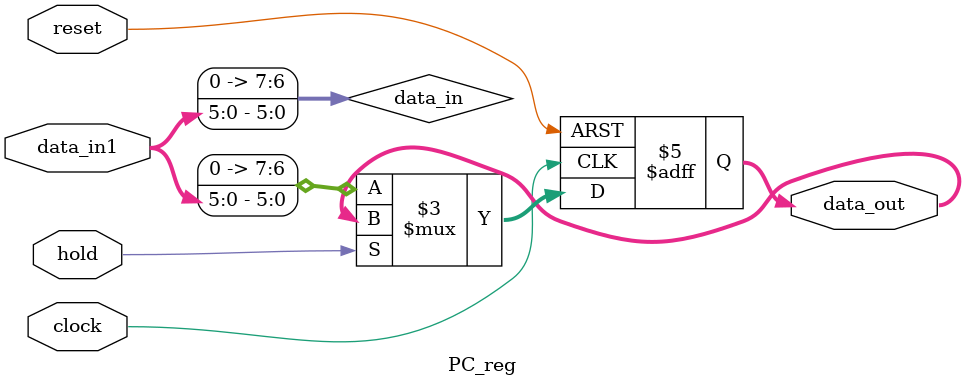
<source format=v>
module PC_reg(
    input wire clock,     // Clock input
    input wire reset,     // Reset input (active high)
	 input wire hold,
    input wire [31:0] data_in1, // Data input (8-bit wide)
    output reg [7:0] data_out // Data output (8-bit wide)
);

wire [7:0] data_in;
assign data_in=data_in1[5:0];
    always @(posedge clock or posedge reset) begin
        if (reset) begin
            data_out <= 8'b0;
				// Reset the register to 0 when reset is active
        end 
		  else if (~hold) begin
				data_out <= data_in; // Load data_in into the register on the rising edge of the clock
				end

    end

endmodule

</source>
